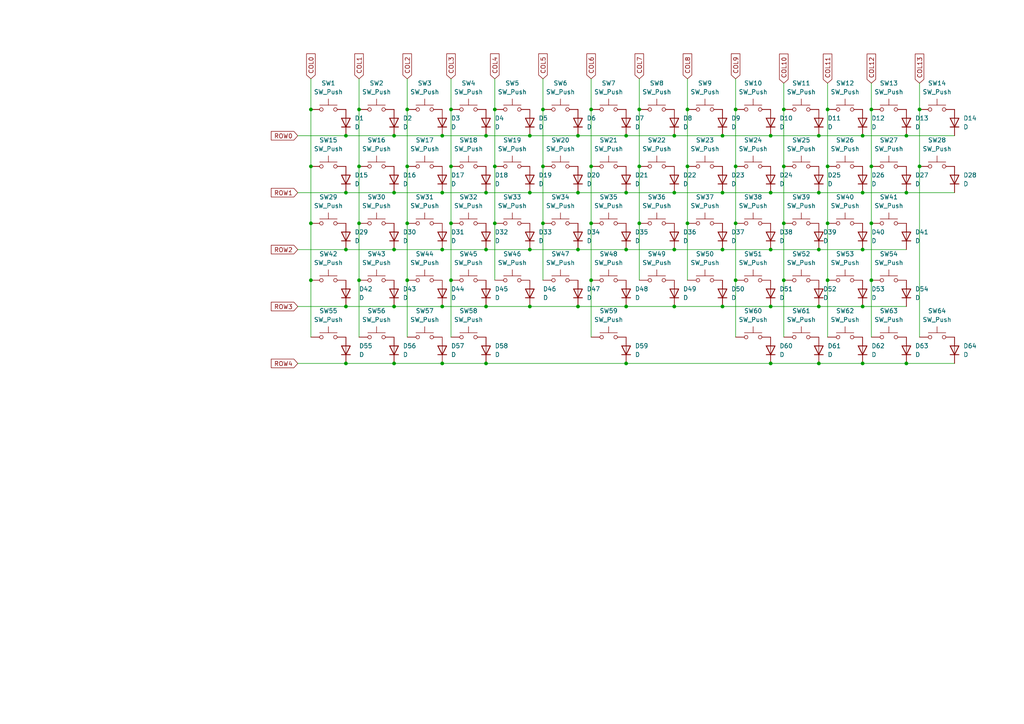
<source format=kicad_sch>
(kicad_sch (version 20250114) (generator "eeschema") (generator_version "9.0")
  (paper "A4")
  (junction (at 209.55 72.39))
  (junction (at 185.42 31.75))
  (junction (at 237.49 72.39))
  (junction (at 262.89 55.88))
  (junction (at 185.42 64.77))
  (junction (at 167.64 88.9))
  (junction (at 140.97 72.39))
  (junction (at 195.58 88.9))
  (junction (at 223.52 105.41))
  (junction (at 100.33 88.9))
  (junction (at 118.11 48.26))
  (junction (at 90.17 81.28))
  (junction (at 143.51 64.77))
  (junction (at 262.89 39.37))
  (junction (at 100.33 105.41))
  (junction (at 240.03 81.28))
  (junction (at 181.61 55.88))
  (junction (at 223.52 39.37))
  (junction (at 118.11 81.28))
  (junction (at 128.27 39.37))
  (junction (at 128.27 105.41))
  (junction (at 250.19 105.41))
  (junction (at 252.73 81.28))
  (junction (at 237.49 39.37))
  (junction (at 100.33 55.88))
  (junction (at 167.64 55.88))
  (junction (at 240.03 48.26))
  (junction (at 128.27 72.39))
  (junction (at 130.81 81.28))
  (junction (at 181.61 88.9))
  (junction (at 90.17 31.75))
  (junction (at 252.73 48.26))
  (junction (at 240.03 31.75))
  (junction (at 252.73 31.75))
  (junction (at 114.3 72.39))
  (junction (at 114.3 105.41))
  (junction (at 195.58 72.39))
  (junction (at 223.52 88.9))
  (junction (at 140.97 88.9))
  (junction (at 140.97 55.88))
  (junction (at 213.36 81.28))
  (junction (at 128.27 55.88))
  (junction (at 167.64 72.39))
  (junction (at 181.61 72.39))
  (junction (at 104.14 48.26))
  (junction (at 171.45 31.75))
  (junction (at 209.55 39.37))
  (junction (at 223.52 55.88))
  (junction (at 250.19 55.88))
  (junction (at 227.33 81.28))
  (junction (at 104.14 64.77))
  (junction (at 140.97 105.41))
  (junction (at 130.81 48.26))
  (junction (at 250.19 72.39))
  (junction (at 104.14 31.75))
  (junction (at 143.51 31.75))
  (junction (at 157.48 64.77))
  (junction (at 130.81 64.77))
  (junction (at 213.36 64.77))
  (junction (at 114.3 39.37))
  (junction (at 153.67 72.39))
  (junction (at 153.67 39.37))
  (junction (at 128.27 88.9))
  (junction (at 195.58 39.37))
  (junction (at 100.33 72.39))
  (junction (at 100.33 39.37))
  (junction (at 195.58 55.88))
  (junction (at 171.45 48.26))
  (junction (at 140.97 39.37))
  (junction (at 266.7 48.26))
  (junction (at 118.11 64.77))
  (junction (at 114.3 88.9))
  (junction (at 213.36 48.26))
  (junction (at 104.14 81.28))
  (junction (at 209.55 88.9))
  (junction (at 237.49 55.88))
  (junction (at 199.39 64.77))
  (junction (at 143.51 48.26))
  (junction (at 227.33 31.75))
  (junction (at 237.49 105.41))
  (junction (at 209.55 55.88))
  (junction (at 227.33 48.26))
  (junction (at 114.3 55.88))
  (junction (at 250.19 88.9))
  (junction (at 181.61 39.37))
  (junction (at 118.11 31.75))
  (junction (at 237.49 88.9))
  (junction (at 240.03 64.77))
  (junction (at 181.61 105.41))
  (junction (at 227.33 64.77))
  (junction (at 171.45 81.28))
  (junction (at 262.89 105.41))
  (junction (at 185.42 48.26))
  (junction (at 90.17 64.77))
  (junction (at 199.39 48.26))
  (junction (at 250.19 39.37))
  (junction (at 252.73 64.77))
  (junction (at 130.81 31.75))
  (junction (at 153.67 55.88))
  (junction (at 213.36 31.75))
  (junction (at 157.48 31.75))
  (junction (at 167.64 39.37))
  (junction (at 153.67 88.9))
  (junction (at 157.48 48.26))
  (junction (at 266.7 31.75))
  (junction (at 199.39 31.75))
  (junction (at 171.45 64.77))
  (junction (at 90.17 48.26))
  (junction (at 223.52 72.39))
  (wire (pts (xy 167.64 55.88) (xy 181.61 55.88)))
  (wire (pts (xy 118.11 48.26) (xy 118.11 64.77)))
  (wire (pts (xy 227.33 48.26) (xy 227.33 64.77)))
  (wire (pts (xy 157.48 22.86) (xy 157.48 31.75)))
  (wire (pts (xy 143.51 31.75) (xy 143.51 48.26)))
  (wire (pts (xy 86.36 72.39) (xy 100.33 72.39)))
  (wire (pts (xy 100.33 72.39) (xy 114.3 72.39)))
  (wire (pts (xy 140.97 105.41) (xy 181.61 105.41)))
  (wire (pts (xy 104.14 31.75) (xy 104.14 48.26)))
  (wire (pts (xy 250.19 105.41) (xy 262.89 105.41)))
  (wire (pts (xy 252.73 31.75) (xy 252.73 48.26)))
  (wire (pts (xy 90.17 48.26) (xy 90.17 64.77)))
  (wire (pts (xy 100.33 55.88) (xy 114.3 55.88)))
  (wire (pts (xy 250.19 88.9) (xy 262.89 88.9)))
  (wire (pts (xy 262.89 55.88) (xy 276.86 55.88)))
  (wire (pts (xy 114.3 105.41) (xy 128.27 105.41)))
  (wire (pts (xy 227.33 24.13) (xy 227.33 31.75)))
  (wire (pts (xy 128.27 72.39) (xy 140.97 72.39)))
  (wire (pts (xy 90.17 31.75) (xy 90.17 48.26)))
  (wire (pts (xy 181.61 88.9) (xy 195.58 88.9)))
  (wire (pts (xy 153.67 55.88) (xy 167.64 55.88)))
  (wire (pts (xy 143.51 48.26) (xy 143.51 64.77)))
  (wire (pts (xy 114.3 88.9) (xy 128.27 88.9)))
  (wire (pts (xy 171.45 48.26) (xy 171.45 64.77)))
  (wire (pts (xy 185.42 64.77) (xy 185.42 81.28)))
  (wire (pts (xy 213.36 64.77) (xy 213.36 81.28)))
  (wire (pts (xy 252.73 48.26) (xy 252.73 64.77)))
  (wire (pts (xy 118.11 22.86) (xy 118.11 31.75)))
  (wire (pts (xy 100.33 105.41) (xy 114.3 105.41)))
  (wire (pts (xy 223.52 72.39) (xy 237.49 72.39)))
  (wire (pts (xy 227.33 31.75) (xy 227.33 48.26)))
  (wire (pts (xy 100.33 88.9) (xy 114.3 88.9)))
  (wire (pts (xy 118.11 31.75) (xy 118.11 48.26)))
  (wire (pts (xy 213.36 48.26) (xy 213.36 64.77)))
  (wire (pts (xy 153.67 39.37) (xy 167.64 39.37)))
  (wire (pts (xy 167.64 88.9) (xy 181.61 88.9)))
  (wire (pts (xy 227.33 81.28) (xy 227.33 97.79)))
  (wire (pts (xy 128.27 39.37) (xy 140.97 39.37)))
  (wire (pts (xy 199.39 64.77) (xy 199.39 81.28)))
  (wire (pts (xy 240.03 24.13) (xy 240.03 31.75)))
  (wire (pts (xy 252.73 24.13) (xy 252.73 31.75)))
  (wire (pts (xy 130.81 48.26) (xy 130.81 64.77)))
  (wire (pts (xy 128.27 55.88) (xy 140.97 55.88)))
  (wire (pts (xy 90.17 81.28) (xy 90.17 97.79)))
  (wire (pts (xy 195.58 55.88) (xy 209.55 55.88)))
  (wire (pts (xy 213.36 81.28) (xy 213.36 97.79)))
  (wire (pts (xy 153.67 72.39) (xy 167.64 72.39)))
  (wire (pts (xy 195.58 88.9) (xy 209.55 88.9)))
  (wire (pts (xy 237.49 105.41) (xy 250.19 105.41)))
  (wire (pts (xy 199.39 48.26) (xy 199.39 64.77)))
  (wire (pts (xy 104.14 22.86) (xy 104.14 31.75)))
  (wire (pts (xy 240.03 81.28) (xy 240.03 97.79)))
  (wire (pts (xy 171.45 22.86) (xy 171.45 31.75)))
  (wire (pts (xy 185.42 22.86) (xy 185.42 31.75)))
  (wire (pts (xy 237.49 55.88) (xy 250.19 55.88)))
  (wire (pts (xy 181.61 105.41) (xy 223.52 105.41)))
  (wire (pts (xy 266.7 24.13) (xy 266.7 31.75)))
  (wire (pts (xy 227.33 64.77) (xy 227.33 81.28)))
  (wire (pts (xy 266.7 31.75) (xy 266.7 48.26)))
  (wire (pts (xy 140.97 88.9) (xy 153.67 88.9)))
  (wire (pts (xy 140.97 72.39) (xy 153.67 72.39)))
  (wire (pts (xy 128.27 105.41) (xy 140.97 105.41)))
  (wire (pts (xy 237.49 39.37) (xy 250.19 39.37)))
  (wire (pts (xy 171.45 31.75) (xy 171.45 48.26)))
  (wire (pts (xy 157.48 48.26) (xy 157.48 64.77)))
  (wire (pts (xy 104.14 81.28) (xy 104.14 97.79)))
  (wire (pts (xy 86.36 88.9) (xy 100.33 88.9)))
  (wire (pts (xy 240.03 48.26) (xy 240.03 64.77)))
  (wire (pts (xy 143.51 22.86) (xy 143.51 31.75)))
  (wire (pts (xy 167.64 72.39) (xy 181.61 72.39)))
  (wire (pts (xy 237.49 72.39) (xy 250.19 72.39)))
  (wire (pts (xy 167.64 39.37) (xy 181.61 39.37)))
  (wire (pts (xy 262.89 105.41) (xy 276.86 105.41)))
  (wire (pts (xy 262.89 39.37) (xy 276.86 39.37)))
  (wire (pts (xy 157.48 31.75) (xy 157.48 48.26)))
  (wire (pts (xy 140.97 55.88) (xy 153.67 55.88)))
  (wire (pts (xy 86.36 55.88) (xy 100.33 55.88)))
  (wire (pts (xy 240.03 64.77) (xy 240.03 81.28)))
  (wire (pts (xy 90.17 22.86) (xy 90.17 31.75)))
  (wire (pts (xy 104.14 48.26) (xy 104.14 64.77)))
  (wire (pts (xy 250.19 72.39) (xy 262.89 72.39)))
  (wire (pts (xy 237.49 88.9) (xy 250.19 88.9)))
  (wire (pts (xy 195.58 39.37) (xy 209.55 39.37)))
  (wire (pts (xy 223.52 39.37) (xy 237.49 39.37)))
  (wire (pts (xy 266.7 48.26) (xy 266.7 97.79)))
  (wire (pts (xy 223.52 88.9) (xy 237.49 88.9)))
  (wire (pts (xy 199.39 22.86) (xy 199.39 31.75)))
  (wire (pts (xy 128.27 88.9) (xy 140.97 88.9)))
  (wire (pts (xy 213.36 31.75) (xy 213.36 48.26)))
  (wire (pts (xy 104.14 64.77) (xy 104.14 81.28)))
  (wire (pts (xy 199.39 31.75) (xy 199.39 48.26)))
  (wire (pts (xy 86.36 39.37) (xy 100.33 39.37)))
  (wire (pts (xy 250.19 39.37) (xy 262.89 39.37)))
  (wire (pts (xy 250.19 55.88) (xy 262.89 55.88)))
  (wire (pts (xy 171.45 81.28) (xy 171.45 97.79)))
  (wire (pts (xy 209.55 39.37) (xy 223.52 39.37)))
  (wire (pts (xy 130.81 81.28) (xy 130.81 97.79)))
  (wire (pts (xy 130.81 31.75) (xy 130.81 48.26)))
  (wire (pts (xy 252.73 81.28) (xy 252.73 97.79)))
  (wire (pts (xy 140.97 39.37) (xy 153.67 39.37)))
  (wire (pts (xy 153.67 88.9) (xy 167.64 88.9)))
  (wire (pts (xy 209.55 88.9) (xy 223.52 88.9)))
  (wire (pts (xy 130.81 64.77) (xy 130.81 81.28)))
  (wire (pts (xy 223.52 55.88) (xy 237.49 55.88)))
  (wire (pts (xy 195.58 72.39) (xy 209.55 72.39)))
  (wire (pts (xy 114.3 55.88) (xy 128.27 55.88)))
  (wire (pts (xy 130.81 22.86) (xy 130.81 31.75)))
  (wire (pts (xy 118.11 81.28) (xy 118.11 97.79)))
  (wire (pts (xy 118.11 64.77) (xy 118.11 81.28)))
  (wire (pts (xy 213.36 22.86) (xy 213.36 31.75)))
  (wire (pts (xy 181.61 39.37) (xy 195.58 39.37)))
  (wire (pts (xy 114.3 72.39) (xy 128.27 72.39)))
  (wire (pts (xy 157.48 64.77) (xy 157.48 81.28)))
  (wire (pts (xy 185.42 48.26) (xy 185.42 64.77)))
  (wire (pts (xy 114.3 39.37) (xy 128.27 39.37)))
  (wire (pts (xy 240.03 31.75) (xy 240.03 48.26)))
  (wire (pts (xy 181.61 55.88) (xy 195.58 55.88)))
  (wire (pts (xy 209.55 55.88) (xy 223.52 55.88)))
  (wire (pts (xy 90.17 64.77) (xy 90.17 81.28)))
  (wire (pts (xy 185.42 31.75) (xy 185.42 48.26)))
  (wire (pts (xy 252.73 64.77) (xy 252.73 81.28)))
  (wire (pts (xy 209.55 72.39) (xy 223.52 72.39)))
  (wire (pts (xy 171.45 64.77) (xy 171.45 81.28)))
  (wire (pts (xy 223.52 105.41) (xy 237.49 105.41)))
  (wire (pts (xy 143.51 64.77) (xy 143.51 81.28)))
  (wire (pts (xy 100.33 39.37) (xy 114.3 39.37)))
  (wire (pts (xy 86.36 105.41) (xy 100.33 105.41)))
  (wire (pts (xy 181.61 72.39) (xy 195.58 72.39)))
  (global_label "COL1" (shape input) (at 104.14 22.86 90) (property "Intersheetrefs" "${INTERSHEET_REFS}" (effects (hide yes))))
  (global_label "COL10" (shape input) (at 227.33 24.13 90) (property "Intersheetrefs" "${INTERSHEET_REFS}" (effects (hide yes))))
  (global_label "ROW1" (shape input) (at 86.36 55.88 180) (property "Intersheetrefs" "${INTERSHEET_REFS}" (effects (hide yes))))
  (global_label "COL8" (shape input) (at 199.39 22.86 90) (property "Intersheetrefs" "${INTERSHEET_REFS}" (effects (hide yes))))
  (global_label "COL11" (shape input) (at 240.03 24.13 90) (property "Intersheetrefs" "${INTERSHEET_REFS}" (effects (hide yes))))
  (global_label "COL12" (shape input) (at 252.73 24.13 90) (property "Intersheetrefs" "${INTERSHEET_REFS}" (effects (hide yes))))
  (global_label "COL13" (shape input) (at 266.7 24.13 90) (property "Intersheetrefs" "${INTERSHEET_REFS}" (effects (hide yes))))
  (global_label "ROW4" (shape input) (at 86.36 105.41 180) (property "Intersheetrefs" "${INTERSHEET_REFS}" (effects (hide yes))))
  (global_label "COL9" (shape input) (at 213.36 22.86 90) (property "Intersheetrefs" "${INTERSHEET_REFS}" (effects (hide yes))))
  (global_label "COL6" (shape input) (at 171.45 22.86 90) (property "Intersheetrefs" "${INTERSHEET_REFS}" (effects (hide yes))))
  (global_label "ROW2" (shape input) (at 86.36 72.39 180) (property "Intersheetrefs" "${INTERSHEET_REFS}" (effects (hide yes))))
  (global_label "COL7" (shape input) (at 185.42 22.86 90) (property "Intersheetrefs" "${INTERSHEET_REFS}" (effects (hide yes))))
  (global_label "COL3" (shape input) (at 130.81 22.86 90) (property "Intersheetrefs" "${INTERSHEET_REFS}" (effects (hide yes))))
  (global_label "COL2" (shape input) (at 118.11 22.86 90) (property "Intersheetrefs" "${INTERSHEET_REFS}" (effects (hide yes))))
  (global_label "COL5" (shape input) (at 157.48 22.86 90) (property "Intersheetrefs" "${INTERSHEET_REFS}" (effects (hide yes))))
  (global_label "COL0" (shape input) (at 90.17 22.86 90) (property "Intersheetrefs" "${INTERSHEET_REFS}" (effects (hide yes))))
  (global_label "COL4" (shape input) (at 143.51 22.86 90) (property "Intersheetrefs" "${INTERSHEET_REFS}" (effects (hide yes))))
  (global_label "ROW0" (shape input) (at 86.36 39.37 180) (property "Intersheetrefs" "${INTERSHEET_REFS}" (effects (hide yes))))
  (global_label "ROW3" (shape input) (at 86.36 88.9 180) (property "Intersheetrefs" "${INTERSHEET_REFS}" (effects (hide yes))))
  (symbol (lib_id "Device:D") (at 128.27 85.09 90) (unit 1)
    (property "Reference" "D44" (at 130.81 83.8199 90) (effects (justify right)))
    (property "Value" "D" (at 130.81 86.3599 90) (effects (justify right)))
    (property "Footprint" "Diode_SMD:D_SOD-123" (effects (hide yes)))
    (property "Description" "Diode" (effects (hide yes)))
    (property "Sim.Device" "D" (effects (hide yes)))
    (property "Sim.Pins" "1=K 2=A" (effects (hide yes)))
  )
  (symbol (lib_id "Device:D") (at 140.97 35.56 90) (unit 1)
    (property "Reference" "D4" (at 143.51 34.2899 90) (effects (justify right)))
    (property "Value" "D" (at 143.51 36.8299 90) (effects (justify right)))
    (property "Footprint" "Diode_SMD:D_SOD-123" (effects (hide yes)))
    (property "Description" "Diode" (effects (hide yes)))
    (property "Sim.Device" "D" (effects (hide yes)))
    (property "Sim.Pins" "1=K 2=A" (effects (hide yes)))
  )
  (symbol (lib_id "Switch:SW_Push") (at 204.47 64.77 0) (unit 1)
    (property "Reference" "SW37" (at 204.47 57.15 0))
    (property "Value" "SW_Push" (at 204.47 59.69 0))
    (property "Footprint" "key-switches.pretty-main:SW_Gateron_LowProfile_HotSwap_PTH" (effects (hide yes)))
    (property "Description" "Push button switch, generic, two pins" (effects (hide yes)))
  )
  (symbol (lib_id "Device:D") (at 209.55 85.09 90) (unit 1)
    (property "Reference" "D50" (at 212.09 83.8199 90) (effects (justify right)))
    (property "Value" "D" (at 212.09 86.3599 90) (effects (justify right)))
    (property "Footprint" "Diode_SMD:D_SOD-123" (effects (hide yes)))
    (property "Description" "Diode" (effects (hide yes)))
    (property "Sim.Device" "D" (effects (hide yes)))
    (property "Sim.Pins" "1=K 2=A" (effects (hide yes)))
  )
  (symbol (lib_id "Switch:SW_Push") (at 257.81 31.75 0) (unit 1)
    (property "Reference" "SW13" (at 257.81 24.13 0))
    (property "Value" "SW_Push" (at 257.81 26.67 0))
    (property "Footprint" "key-switches.pretty-main:SW_Gateron_LowProfile_HotSwap_PTH" (effects (hide yes)))
    (property "Description" "Push button switch, generic, two pins" (effects (hide yes)))
  )
  (symbol (lib_id "Switch:SW_Push") (at 162.56 64.77 0) (unit 1)
    (property "Reference" "SW34" (at 162.56 57.15 0))
    (property "Value" "SW_Push" (at 162.56 59.69 0))
    (property "Footprint" "key-switches.pretty-main:SW_Gateron_LowProfile_HotSwap_PTH" (effects (hide yes)))
    (property "Description" "Push button switch, generic, two pins" (effects (hide yes)))
  )
  (symbol (lib_id "Switch:SW_Push") (at 109.22 31.75 0) (unit 1)
    (property "Reference" "SW2" (at 109.22 24.13 0))
    (property "Value" "SW_Push" (at 109.22 26.67 0))
    (property "Footprint" "key-switches.pretty-main:SW_Gateron_LowProfile_HotSwap_PTH" (effects (hide yes)))
    (property "Description" "Push button switch, generic, two pins" (effects (hide yes)))
  )
  (symbol (lib_id "Device:D") (at 128.27 101.6 90) (unit 1)
    (property "Reference" "D57" (at 130.81 100.3299 90) (effects (justify right)))
    (property "Value" "D" (at 130.81 102.8699 90) (effects (justify right)))
    (property "Footprint" "Diode_SMD:D_SOD-123" (effects (hide yes)))
    (property "Description" "Diode" (effects (hide yes)))
    (property "Sim.Device" "D" (effects (hide yes)))
    (property "Sim.Pins" "1=K 2=A" (effects (hide yes)))
  )
  (symbol (lib_id "Device:D") (at 100.33 85.09 90) (unit 1)
    (property "Reference" "D42" (at 104.14 83.8199 90) (effects (justify right)))
    (property "Value" "D" (at 104.14 86.3599 90) (effects (justify right)))
    (property "Footprint" "Diode_SMD:D_SOD-123" (effects (hide yes)))
    (property "Description" "Diode" (effects (hide yes)))
    (property "Sim.Device" "D" (effects (hide yes)))
    (property "Sim.Pins" "1=K 2=A" (effects (hide yes)))
  )
  (symbol (lib_id "Switch:SW_Push") (at 135.89 48.26 0) (unit 1)
    (property "Reference" "SW18" (at 135.89 40.64 0))
    (property "Value" "SW_Push" (at 135.89 43.18 0))
    (property "Footprint" "key-switches.pretty-main:SW_Gateron_LowProfile_HotSwap_PTH" (effects (hide yes)))
    (property "Description" "Push button switch, generic, two pins" (effects (hide yes)))
  )
  (symbol (lib_id "Switch:SW_Push") (at 190.5 64.77 0) (unit 1)
    (property "Reference" "SW36" (at 190.5 57.15 0))
    (property "Value" "SW_Push" (at 190.5 59.69 0))
    (property "Footprint" "key-switches.pretty-main:SW_Gateron_LowProfile_HotSwap_PTH" (effects (hide yes)))
    (property "Description" "Push button switch, generic, two pins" (effects (hide yes)))
  )
  (symbol (lib_id "Device:D") (at 100.33 35.56 90) (unit 1)
    (property "Reference" "D1" (at 102.87 34.2899 90) (effects (justify right)))
    (property "Value" "D" (at 102.87 36.8299 90) (effects (justify right)))
    (property "Footprint" "Diode_SMD:D_SOD-123" (effects (hide yes)))
    (property "Description" "Diode" (effects (hide yes)))
    (property "Sim.Device" "D" (effects (hide yes)))
    (property "Sim.Pins" "1=K 2=A" (effects (hide yes)))
  )
  (symbol (lib_id "Switch:SW_Push") (at 176.53 64.77 0) (unit 1)
    (property "Reference" "SW35" (at 176.53 57.15 0))
    (property "Value" "SW_Push" (at 176.53 59.69 0))
    (property "Footprint" "key-switches.pretty-main:SW_Gateron_LowProfile_HotSwap_PTH" (effects (hide yes)))
    (property "Description" "Push button switch, generic, two pins" (effects (hide yes)))
  )
  (symbol (lib_id "Device:D") (at 167.64 52.07 90) (unit 1)
    (property "Reference" "D20" (at 170.18 50.7999 90) (effects (justify right)))
    (property "Value" "D" (at 170.18 53.3399 90) (effects (justify right)))
    (property "Footprint" "Diode_SMD:D_SOD-123" (effects (hide yes)))
    (property "Description" "Diode" (effects (hide yes)))
    (property "Sim.Device" "D" (effects (hide yes)))
    (property "Sim.Pins" "1=K 2=A" (effects (hide yes)))
  )
  (symbol (lib_id "Device:D") (at 181.61 35.56 90) (unit 1)
    (property "Reference" "D7" (at 184.15 34.2899 90) (effects (justify right)))
    (property "Value" "D" (at 184.15 36.8299 90) (effects (justify right)))
    (property "Footprint" "Diode_SMD:D_SOD-123" (effects (hide yes)))
    (property "Description" "Diode" (effects (hide yes)))
    (property "Sim.Device" "D" (effects (hide yes)))
    (property "Sim.Pins" "1=K 2=A" (effects (hide yes)))
  )
  (symbol (lib_id "Device:D") (at 276.86 101.6 90) (unit 1)
    (property "Reference" "D64" (at 279.4 100.3299 90) (effects (justify right)))
    (property "Value" "D" (at 279.4 102.8699 90) (effects (justify right)))
    (property "Footprint" "Diode_SMD:D_SOD-123" (effects (hide yes)))
    (property "Description" "Diode" (effects (hide yes)))
    (property "Sim.Device" "D" (effects (hide yes)))
    (property "Sim.Pins" "1=K 2=A" (effects (hide yes)))
  )
  (symbol (lib_id "Switch:SW_Push") (at 232.41 48.26 0) (unit 1)
    (property "Reference" "SW25" (at 232.41 40.64 0))
    (property "Value" "SW_Push" (at 232.41 43.18 0))
    (property "Footprint" "key-switches.pretty-main:SW_Gateron_LowProfile_HotSwap_PTH" (effects (hide yes)))
    (property "Description" "Push button switch, generic, two pins" (effects (hide yes)))
  )
  (symbol (lib_id "Switch:SW_Push") (at 204.47 81.28 0) (unit 1)
    (property "Reference" "SW50" (at 204.47 73.66 0))
    (property "Value" "SW_Push" (at 204.47 76.2 0))
    (property "Footprint" "key-switches.pretty-main:SW_Gateron_LowProfile_HotSwap_PTH" (effects (hide yes)))
    (property "Description" "Push button switch, generic, two pins" (effects (hide yes)))
  )
  (symbol (lib_id "Device:D") (at 153.67 35.56 90) (unit 1)
    (property "Reference" "D5" (at 156.21 34.2899 90) (effects (justify right)))
    (property "Value" "D" (at 156.21 36.8299 90) (effects (justify right)))
    (property "Footprint" "Diode_SMD:D_SOD-123" (effects (hide yes)))
    (property "Description" "Diode" (effects (hide yes)))
    (property "Sim.Device" "D" (effects (hide yes)))
    (property "Sim.Pins" "1=K 2=A" (effects (hide yes)))
  )
  (symbol (lib_id "Switch:SW_Push") (at 135.89 81.28 0) (unit 1)
    (property "Reference" "SW45" (at 135.89 73.66 0))
    (property "Value" "SW_Push" (at 135.89 76.2 0))
    (property "Footprint" "key-switches.pretty-main:SW_Gateron_LowProfile_HotSwap_PTH" (effects (hide yes)))
    (property "Description" "Push button switch, generic, two pins" (effects (hide yes)))
  )
  (symbol (lib_id "Device:D") (at 114.3 85.09 90) (unit 1)
    (property "Reference" "D43" (at 116.84 83.8199 90) (effects (justify right)))
    (property "Value" "D" (at 116.84 86.3599 90) (effects (justify right)))
    (property "Footprint" "Diode_SMD:D_SOD-123" (effects (hide yes)))
    (property "Description" "Diode" (effects (hide yes)))
    (property "Sim.Device" "D" (effects (hide yes)))
    (property "Sim.Pins" "1=K 2=A" (effects (hide yes)))
  )
  (symbol (lib_id "Device:D") (at 167.64 35.56 90) (unit 1)
    (property "Reference" "D6" (at 170.18 34.2899 90) (effects (justify right)))
    (property "Value" "D" (at 170.18 36.8299 90) (effects (justify right)))
    (property "Footprint" "Diode_SMD:D_SOD-123" (effects (hide yes)))
    (property "Description" "Diode" (effects (hide yes)))
    (property "Sim.Device" "D" (effects (hide yes)))
    (property "Sim.Pins" "1=K 2=A" (effects (hide yes)))
  )
  (symbol (lib_id "Switch:SW_Push") (at 123.19 48.26 0) (unit 1)
    (property "Reference" "SW17" (at 123.19 40.64 0))
    (property "Value" "SW_Push" (at 123.19 43.18 0))
    (property "Footprint" "key-switches.pretty-main:SW_Gateron_LowProfile_HotSwap_PTH" (effects (hide yes)))
    (property "Description" "Push button switch, generic, two pins" (effects (hide yes)))
  )
  (symbol (lib_id "Switch:SW_Push") (at 204.47 48.26 0) (unit 1)
    (property "Reference" "SW23" (at 204.47 40.64 0))
    (property "Value" "SW_Push" (at 204.47 43.18 0))
    (property "Footprint" "key-switches.pretty-main:SW_Gateron_LowProfile_HotSwap_PTH" (effects (hide yes)))
    (property "Description" "Push button switch, generic, two pins" (effects (hide yes)))
  )
  (symbol (lib_id "Switch:SW_Push") (at 148.59 48.26 0) (unit 1)
    (property "Reference" "SW19" (at 148.59 40.64 0))
    (property "Value" "SW_Push" (at 148.59 43.18 0))
    (property "Footprint" "key-switches.pretty-main:SW_Gateron_LowProfile_HotSwap_PTH" (effects (hide yes)))
    (property "Description" "Push button switch, generic, two pins" (effects (hide yes)))
  )
  (symbol (lib_id "Device:D") (at 250.19 68.58 90) (unit 1)
    (property "Reference" "D40" (at 252.73 67.3099 90) (effects (justify right)))
    (property "Value" "D" (at 252.73 69.8499 90) (effects (justify right)))
    (property "Footprint" "Diode_SMD:D_SOD-123" (effects (hide yes)))
    (property "Description" "Diode" (effects (hide yes)))
    (property "Sim.Device" "D" (effects (hide yes)))
    (property "Sim.Pins" "1=K 2=A" (effects (hide yes)))
  )
  (symbol (lib_id "Switch:SW_Push") (at 218.44 48.26 0) (unit 1)
    (property "Reference" "SW24" (at 218.44 40.64 0))
    (property "Value" "SW_Push" (at 218.44 43.18 0))
    (property "Footprint" "key-switches.pretty-main:SW_Gateron_LowProfile_HotSwap_PTH" (effects (hide yes)))
    (property "Description" "Push button switch, generic, two pins" (effects (hide yes)))
  )
  (symbol (lib_id "Device:D") (at 262.89 68.58 90) (unit 1)
    (property "Reference" "D41" (at 265.43 67.3099 90) (effects (justify right)))
    (property "Value" "D" (at 265.43 69.8499 90) (effects (justify right)))
    (property "Footprint" "Diode_SMD:D_SOD-123" (effects (hide yes)))
    (property "Description" "Diode" (effects (hide yes)))
    (property "Sim.Device" "D" (effects (hide yes)))
    (property "Sim.Pins" "1=K 2=A" (effects (hide yes)))
  )
  (symbol (lib_id "Switch:SW_Push") (at 123.19 81.28 0) (unit 1)
    (property "Reference" "SW44" (at 123.19 73.66 0))
    (property "Value" "SW_Push" (at 123.19 76.2 0))
    (property "Footprint" "key-switches.pretty-main:SW_Gateron_LowProfile_HotSwap_PTH" (effects (hide yes)))
    (property "Description" "Push button switch, generic, two pins" (effects (hide yes)))
  )
  (symbol (lib_id "Device:D") (at 250.19 101.6 90) (unit 1)
    (property "Reference" "D62" (at 252.73 100.3299 90) (effects (justify right)))
    (property "Value" "D" (at 252.73 102.8699 90) (effects (justify right)))
    (property "Footprint" "Diode_SMD:D_SOD-123" (effects (hide yes)))
    (property "Description" "Diode" (effects (hide yes)))
    (property "Sim.Device" "D" (effects (hide yes)))
    (property "Sim.Pins" "1=K 2=A" (effects (hide yes)))
  )
  (symbol (lib_id "Device:D") (at 237.49 52.07 90) (unit 1)
    (property "Reference" "D25" (at 240.03 50.7999 90) (effects (justify right)))
    (property "Value" "D" (at 240.03 53.3399 90) (effects (justify right)))
    (property "Footprint" "Diode_SMD:D_SOD-123" (effects (hide yes)))
    (property "Description" "Diode" (effects (hide yes)))
    (property "Sim.Device" "D" (effects (hide yes)))
    (property "Sim.Pins" "1=K 2=A" (effects (hide yes)))
  )
  (symbol (lib_id "Device:D") (at 114.3 35.56 90) (unit 1)
    (property "Reference" "D2" (at 116.84 34.2899 90) (effects (justify right)))
    (property "Value" "D" (at 116.84 36.8299 90) (effects (justify right)))
    (property "Footprint" "Diode_SMD:D_SOD-123" (effects (hide yes)))
    (property "Description" "Diode" (effects (hide yes)))
    (property "Sim.Device" "D" (effects (hide yes)))
    (property "Sim.Pins" "1=K 2=A" (effects (hide yes)))
  )
  (symbol (lib_id "Switch:SW_Push") (at 95.25 81.28 0) (unit 1)
    (property "Reference" "SW42" (at 95.25 73.66 0))
    (property "Value" "SW_Push" (at 95.25 76.2 0))
    (property "Footprint" "key-switches.pretty-main:SW_Gateron_LowProfile_HotSwap_PTH" (effects (hide yes)))
    (property "Description" "Push button switch, generic, two pins" (effects (hide yes)))
  )
  (symbol (lib_id "Device:D") (at 181.61 85.09 90) (unit 1)
    (property "Reference" "D48" (at 184.15 83.8199 90) (effects (justify right)))
    (property "Value" "D" (at 184.15 86.3599 90) (effects (justify right)))
    (property "Footprint" "Diode_SMD:D_SOD-123" (effects (hide yes)))
    (property "Description" "Diode" (effects (hide yes)))
    (property "Sim.Device" "D" (effects (hide yes)))
    (property "Sim.Pins" "1=K 2=A" (effects (hide yes)))
  )
  (symbol (lib_id "Switch:SW_Push") (at 245.11 81.28 0) (unit 1)
    (property "Reference" "SW53" (at 245.11 73.66 0))
    (property "Value" "SW_Push" (at 245.11 76.2 0))
    (property "Footprint" "key-switches.pretty-main:SW_Gateron_LowProfile_HotSwap_PTH" (effects (hide yes)))
    (property "Description" "Push button switch, generic, two pins" (effects (hide yes)))
  )
  (symbol (lib_id "Device:D") (at 195.58 68.58 90) (unit 1)
    (property "Reference" "D36" (at 198.12 67.3099 90) (effects (justify right)))
    (property "Value" "D" (at 198.12 69.8499 90) (effects (justify right)))
    (property "Footprint" "Diode_SMD:D_SOD-123" (effects (hide yes)))
    (property "Description" "Diode" (effects (hide yes)))
    (property "Sim.Device" "D" (effects (hide yes)))
    (property "Sim.Pins" "1=K 2=A" (effects (hide yes)))
  )
  (symbol (lib_id "Switch:SW_Push") (at 271.78 97.79 0) (unit 1)
    (property "Reference" "SW64" (at 271.78 90.17 0))
    (property "Value" "SW_Push" (at 271.78 92.71 0))
    (property "Footprint" "key-switches.pretty-main:SW_Gateron_LowProfile_HotSwap_PTH" (effects (hide yes)))
    (property "Description" "Push button switch, generic, two pins" (effects (hide yes)))
  )
  (symbol (lib_id "Switch:SW_Push") (at 232.41 31.75 0) (unit 1)
    (property "Reference" "SW11" (at 232.41 24.13 0))
    (property "Value" "SW_Push" (at 232.41 26.67 0))
    (property "Footprint" "key-switches.pretty-main:SW_Gateron_LowProfile_HotSwap_PTH" (effects (hide yes)))
    (property "Description" "Push button switch, generic, two pins" (effects (hide yes)))
  )
  (symbol (lib_id "Device:D") (at 167.64 85.09 90) (unit 1)
    (property "Reference" "D47" (at 170.18 83.8199 90) (effects (justify right)))
    (property "Value" "D" (at 170.18 86.3599 90) (effects (justify right)))
    (property "Footprint" "Diode_SMD:D_SOD-123" (effects (hide yes)))
    (property "Description" "Diode" (effects (hide yes)))
    (property "Sim.Device" "D" (effects (hide yes)))
    (property "Sim.Pins" "1=K 2=A" (effects (hide yes)))
  )
  (symbol (lib_id "Switch:SW_Push") (at 176.53 97.79 0) (unit 1)
    (property "Reference" "SW59" (at 176.53 90.17 0))
    (property "Value" "SW_Push" (at 176.53 92.71 0))
    (property "Footprint" "key-switches.pretty-main:SW_Gateron_LowProfile_HotSwap_PTH" (effects (hide yes)))
    (property "Description" "Push button switch, generic, two pins" (effects (hide yes)))
  )
  (symbol (lib_id "Switch:SW_Push") (at 123.19 97.79 0) (unit 1)
    (property "Reference" "SW57" (at 123.19 90.17 0))
    (property "Value" "SW_Push" (at 123.19 92.71 0))
    (property "Footprint" "key-switches.pretty-main:SW_Gateron_LowProfile_HotSwap_PTH" (effects (hide yes)))
    (property "Description" "Push button switch, generic, two pins" (effects (hide yes)))
  )
  (symbol (lib_id "Device:D") (at 223.52 68.58 90) (unit 1)
    (property "Reference" "D38" (at 226.06 67.3099 90) (effects (justify right)))
    (property "Value" "D" (at 226.06 69.8499 90) (effects (justify right)))
    (property "Footprint" "Diode_SMD:D_SOD-123" (effects (hide yes)))
    (property "Description" "Diode" (effects (hide yes)))
    (property "Sim.Device" "D" (effects (hide yes)))
    (property "Sim.Pins" "1=K 2=A" (effects (hide yes)))
  )
  (symbol (lib_id "Device:D") (at 250.19 35.56 90) (unit 1)
    (property "Reference" "D12" (at 252.73 34.2899 90) (effects (justify right)))
    (property "Value" "D" (at 252.73 36.8299 90) (effects (justify right)))
    (property "Footprint" "Diode_SMD:D_SOD-123" (effects (hide yes)))
    (property "Description" "Diode" (effects (hide yes)))
    (property "Sim.Device" "D" (effects (hide yes)))
    (property "Sim.Pins" "1=K 2=A" (effects (hide yes)))
  )
  (symbol (lib_id "Device:D") (at 223.52 101.6 90) (unit 1)
    (property "Reference" "D60" (at 226.06 100.3299 90) (effects (justify right)))
    (property "Value" "D" (at 226.06 102.8699 90) (effects (justify right)))
    (property "Footprint" "Diode_SMD:D_SOD-123" (effects (hide yes)))
    (property "Description" "Diode" (effects (hide yes)))
    (property "Sim.Device" "D" (effects (hide yes)))
    (property "Sim.Pins" "1=K 2=A" (effects (hide yes)))
  )
  (symbol (lib_id "Device:D") (at 250.19 52.07 90) (unit 1)
    (property "Reference" "D26" (at 252.73 50.7999 90) (effects (justify right)))
    (property "Value" "D" (at 252.73 53.3399 90) (effects (justify right)))
    (property "Footprint" "Diode_SMD:D_SOD-123" (effects (hide yes)))
    (property "Description" "Diode" (effects (hide yes)))
    (property "Sim.Device" "D" (effects (hide yes)))
    (property "Sim.Pins" "1=K 2=A" (effects (hide yes)))
  )
  (symbol (lib_id "Switch:SW_Push") (at 148.59 31.75 0) (unit 1)
    (property "Reference" "SW5" (at 148.59 24.13 0))
    (property "Value" "SW_Push" (at 148.59 26.67 0))
    (property "Footprint" "key-switches.pretty-main:SW_Gateron_LowProfile_HotSwap_PTH" (effects (hide yes)))
    (property "Description" "Push button switch, generic, two pins" (effects (hide yes)))
  )
  (symbol (lib_id "Device:D") (at 209.55 35.56 90) (unit 1)
    (property "Reference" "D9" (at 212.09 34.2899 90) (effects (justify right)))
    (property "Value" "D" (at 212.09 36.8299 90) (effects (justify right)))
    (property "Footprint" "Diode_SMD:D_SOD-123" (effects (hide yes)))
    (property "Description" "Diode" (effects (hide yes)))
    (property "Sim.Device" "D" (effects (hide yes)))
    (property "Sim.Pins" "1=K 2=A" (effects (hide yes)))
  )
  (symbol (lib_id "Switch:SW_Push") (at 218.44 97.79 0) (unit 1)
    (property "Reference" "SW60" (at 218.44 90.17 0))
    (property "Value" "SW_Push" (at 218.44 92.71 0))
    (property "Footprint" "key-switches.pretty-main:SW_Gateron_LowProfile_HotSwap_PTH" (effects (hide yes)))
    (property "Description" "Push button switch, generic, two pins" (effects (hide yes)))
  )
  (symbol (lib_id "Device:D") (at 237.49 35.56 90) (unit 1)
    (property "Reference" "D11" (at 240.03 34.2899 90) (effects (justify right)))
    (property "Value" "D" (at 240.03 36.8299 90) (effects (justify right)))
    (property "Footprint" "Diode_SMD:D_SOD-123" (effects (hide yes)))
    (property "Description" "Diode" (effects (hide yes)))
    (property "Sim.Device" "D" (effects (hide yes)))
    (property "Sim.Pins" "1=K 2=A" (effects (hide yes)))
  )
  (symbol (lib_id "Switch:SW_Push") (at 109.22 64.77 0) (unit 1)
    (property "Reference" "SW30" (at 109.22 57.15 0))
    (property "Value" "SW_Push" (at 109.22 59.69 0))
    (property "Footprint" "key-switches.pretty-main:SW_Gateron_LowProfile_HotSwap_PTH" (effects (hide yes)))
    (property "Description" "Push button switch, generic, two pins" (effects (hide yes)))
  )
  (symbol (lib_id "Switch:SW_Push") (at 135.89 31.75 0) (unit 1)
    (property "Reference" "SW4" (at 135.89 24.13 0))
    (property "Value" "SW_Push" (at 135.89 26.67 0))
    (property "Footprint" "key-switches.pretty-main:SW_Gateron_LowProfile_HotSwap_PTH" (effects (hide yes)))
    (property "Description" "Push button switch, generic, two pins" (effects (hide yes)))
  )
  (symbol (lib_id "Device:D") (at 262.89 52.07 90) (unit 1)
    (property "Reference" "D27" (at 265.43 50.7999 90) (effects (justify right)))
    (property "Value" "D" (at 265.43 53.3399 90) (effects (justify right)))
    (property "Footprint" "Diode_SMD:D_SOD-123" (effects (hide yes)))
    (property "Description" "Diode" (effects (hide yes)))
    (property "Sim.Device" "D" (effects (hide yes)))
    (property "Sim.Pins" "1=K 2=A" (effects (hide yes)))
  )
  (symbol (lib_id "Device:D") (at 223.52 85.09 90) (unit 1)
    (property "Reference" "D51" (at 226.06 83.8199 90) (effects (justify right)))
    (property "Value" "D" (at 226.06 86.3599 90) (effects (justify right)))
    (property "Footprint" "Diode_SMD:D_SOD-123" (effects (hide yes)))
    (property "Description" "Diode" (effects (hide yes)))
    (property "Sim.Device" "D" (effects (hide yes)))
    (property "Sim.Pins" "1=K 2=A" (effects (hide yes)))
  )
  (symbol (lib_id "Switch:SW_Push") (at 271.78 48.26 0) (unit 1)
    (property "Reference" "SW28" (at 271.78 40.64 0))
    (property "Value" "SW_Push" (at 271.78 43.18 0))
    (property "Footprint" "key-switches.pretty-main:SW_Gateron_LowProfile_HotSwap_PTH" (effects (hide yes)))
    (property "Description" "Push button switch, generic, two pins" (effects (hide yes)))
  )
  (symbol (lib_id "Device:D") (at 195.58 35.56 90) (unit 1)
    (property "Reference" "D8" (at 198.12 34.2899 90) (effects (justify right)))
    (property "Value" "D" (at 198.12 36.8299 90) (effects (justify right)))
    (property "Footprint" "Diode_SMD:D_SOD-123" (effects (hide yes)))
    (property "Description" "Diode" (effects (hide yes)))
    (property "Sim.Device" "D" (effects (hide yes)))
    (property "Sim.Pins" "1=K 2=A" (effects (hide yes)))
  )
  (symbol (lib_id "Switch:SW_Push") (at 245.11 48.26 0) (unit 1)
    (property "Reference" "SW26" (at 245.11 40.64 0))
    (property "Value" "SW_Push" (at 245.11 43.18 0))
    (property "Footprint" "key-switches.pretty-main:SW_Gateron_LowProfile_HotSwap_PTH" (effects (hide yes)))
    (property "Description" "Push button switch, generic, two pins" (effects (hide yes)))
  )
  (symbol (lib_id "Switch:SW_Push") (at 135.89 64.77 0) (unit 1)
    (property "Reference" "SW32" (at 135.89 57.15 0))
    (property "Value" "SW_Push" (at 135.89 59.69 0))
    (property "Footprint" "key-switches.pretty-main:SW_Gateron_LowProfile_HotSwap_PTH" (effects (hide yes)))
    (property "Description" "Push button switch, generic, two pins" (effects (hide yes)))
  )
  (symbol (lib_id "Device:D") (at 140.97 68.58 90) (unit 1)
    (property "Reference" "D32" (at 143.51 67.3099 90) (effects (justify right)))
    (property "Value" "D" (at 143.51 69.8499 90) (effects (justify right)))
    (property "Footprint" "Diode_SMD:D_SOD-123" (effects (hide yes)))
    (property "Description" "Diode" (effects (hide yes)))
    (property "Sim.Device" "D" (effects (hide yes)))
    (property "Sim.Pins" "1=K 2=A" (effects (hide yes)))
  )
  (symbol (lib_id "Switch:SW_Push") (at 176.53 31.75 0) (unit 1)
    (property "Reference" "SW7" (at 176.53 24.13 0))
    (property "Value" "SW_Push" (at 176.53 26.67 0))
    (property "Footprint" "key-switches.pretty-main:SW_Gateron_LowProfile_HotSwap_PTH" (effects (hide yes)))
    (property "Description" "Push button switch, generic, two pins" (effects (hide yes)))
  )
  (symbol (lib_id "Switch:SW_Push") (at 232.41 81.28 0) (unit 1)
    (property "Reference" "SW52" (at 232.41 73.66 0))
    (property "Value" "SW_Push" (at 232.41 76.2 0))
    (property "Footprint" "key-switches.pretty-main:SW_Gateron_LowProfile_HotSwap_PTH" (effects (hide yes)))
    (property "Description" "Push button switch, generic, two pins" (effects (hide yes)))
  )
  (symbol (lib_id "Switch:SW_Push") (at 135.89 97.79 0) (unit 1)
    (property "Reference" "SW58" (at 135.89 90.17 0))
    (property "Value" "SW_Push" (at 135.89 92.71 0))
    (property "Footprint" "key-switches.pretty-main:SW_Gateron_LowProfile_HotSwap_PTH" (effects (hide yes)))
    (property "Description" "Push button switch, generic, two pins" (effects (hide yes)))
  )
  (symbol (lib_id "Device:D") (at 128.27 35.56 90) (unit 1)
    (property "Reference" "D3" (at 130.81 34.2899 90) (effects (justify right)))
    (property "Value" "D" (at 130.81 36.8299 90) (effects (justify right)))
    (property "Footprint" "Diode_SMD:D_SOD-123" (effects (hide yes)))
    (property "Description" "Diode" (effects (hide yes)))
    (property "Sim.Device" "D" (effects (hide yes)))
    (property "Sim.Pins" "1=K 2=A" (effects (hide yes)))
  )
  (symbol (lib_id "Device:D") (at 181.61 68.58 90) (unit 1)
    (property "Reference" "D35" (at 184.15 67.3099 90) (effects (justify right)))
    (property "Value" "D" (at 184.15 69.8499 90) (effects (justify right)))
    (property "Footprint" "Diode_SMD:D_SOD-123" (effects (hide yes)))
    (property "Description" "Diode" (effects (hide yes)))
    (property "Sim.Device" "D" (effects (hide yes)))
    (property "Sim.Pins" "1=K 2=A" (effects (hide yes)))
  )
  (symbol (lib_id "Device:D") (at 237.49 85.09 90) (unit 1)
    (property "Reference" "D52" (at 238.76 83.8199 90) (effects (justify right)))
    (property "Value" "D" (at 238.76 86.3599 90) (effects (justify right)))
    (property "Footprint" "Diode_SMD:D_SOD-123" (effects (hide yes)))
    (property "Description" "Diode" (effects (hide yes)))
    (property "Sim.Device" "D" (effects (hide yes)))
    (property "Sim.Pins" "1=K 2=A" (effects (hide yes)))
  )
  (symbol (lib_id "Switch:SW_Push") (at 190.5 31.75 0) (unit 1)
    (property "Reference" "SW8" (at 190.5 24.13 0))
    (property "Value" "SW_Push" (at 190.5 26.67 0))
    (property "Footprint" "key-switches.pretty-main:SW_Gateron_LowProfile_HotSwap_PTH" (effects (hide yes)))
    (property "Description" "Push button switch, generic, two pins" (effects (hide yes)))
  )
  (symbol (lib_id "Device:D") (at 276.86 52.07 90) (unit 1)
    (property "Reference" "D28" (at 279.4 50.7999 90) (effects (justify right)))
    (property "Value" "D" (at 279.4 53.3399 90) (effects (justify right)))
    (property "Footprint" "Diode_SMD:D_SOD-123" (effects (hide yes)))
    (property "Description" "Diode" (effects (hide yes)))
    (property "Sim.Device" "D" (effects (hide yes)))
    (property "Sim.Pins" "1=K 2=A" (effects (hide yes)))
  )
  (symbol (lib_id "Device:D") (at 140.97 101.6 90) (unit 1)
    (property "Reference" "D58" (at 143.51 100.3299 90) (effects (justify right)))
    (property "Value" "D" (at 143.51 102.8699 90) (effects (justify right)))
    (property "Footprint" "Diode_SMD:D_SOD-123" (effects (hide yes)))
    (property "Description" "Diode" (effects (hide yes)))
    (property "Sim.Device" "D" (effects (hide yes)))
    (property "Sim.Pins" "1=K 2=A" (effects (hide yes)))
  )
  (symbol (lib_id "Device:D") (at 223.52 52.07 90) (unit 1)
    (property "Reference" "D24" (at 226.06 50.7999 90) (effects (justify right)))
    (property "Value" "D" (at 226.06 53.3399 90) (effects (justify right)))
    (property "Footprint" "Diode_SMD:D_SOD-123" (effects (hide yes)))
    (property "Description" "Diode" (effects (hide yes)))
    (property "Sim.Device" "D" (effects (hide yes)))
    (property "Sim.Pins" "1=K 2=A" (effects (hide yes)))
  )
  (symbol (lib_id "Device:D") (at 100.33 101.6 90) (unit 1)
    (property "Reference" "D55" (at 104.14 100.3299 90) (effects (justify right)))
    (property "Value" "D" (at 104.14 102.8699 90) (effects (justify right)))
    (property "Footprint" "Diode_SMD:D_SOD-123" (effects (hide yes)))
    (property "Description" "Diode" (effects (hide yes)))
    (property "Sim.Device" "D" (effects (hide yes)))
    (property "Sim.Pins" "1=K 2=A" (effects (hide yes)))
  )
  (symbol (lib_id "Switch:SW_Push") (at 257.81 48.26 0) (unit 1)
    (property "Reference" "SW27" (at 257.81 40.64 0))
    (property "Value" "SW_Push" (at 257.81 43.18 0))
    (property "Footprint" "key-switches.pretty-main:SW_Gateron_LowProfile_HotSwap_PTH" (effects (hide yes)))
    (property "Description" "Push button switch, generic, two pins" (effects (hide yes)))
  )
  (symbol (lib_id "Switch:SW_Push") (at 109.22 48.26 0) (unit 1)
    (property "Reference" "SW16" (at 109.22 40.64 0))
    (property "Value" "SW_Push" (at 109.22 43.18 0))
    (property "Footprint" "key-switches.pretty-main:SW_Gateron_LowProfile_HotSwap_PTH" (effects (hide yes)))
    (property "Description" "Push button switch, generic, two pins" (effects (hide yes)))
  )
  (symbol (lib_id "Device:D") (at 195.58 85.09 90) (unit 1)
    (property "Reference" "D49" (at 198.12 83.8199 90) (effects (justify right)))
    (property "Value" "D" (at 198.12 86.3599 90) (effects (justify right)))
    (property "Footprint" "Diode_SMD:D_SOD-123" (effects (hide yes)))
    (property "Description" "Diode" (effects (hide yes)))
    (property "Sim.Device" "D" (effects (hide yes)))
    (property "Sim.Pins" "1=K 2=A" (effects (hide yes)))
  )
  (symbol (lib_id "Device:D") (at 195.58 52.07 90) (unit 1)
    (property "Reference" "D22" (at 198.12 50.7999 90) (effects (justify right)))
    (property "Value" "D" (at 198.12 53.3399 90) (effects (justify right)))
    (property "Footprint" "Diode_SMD:D_SOD-123" (effects (hide yes)))
    (property "Description" "Diode" (effects (hide yes)))
    (property "Sim.Device" "D" (effects (hide yes)))
    (property "Sim.Pins" "1=K 2=A" (effects (hide yes)))
  )
  (symbol (lib_id "Switch:SW_Push") (at 245.11 31.75 0) (unit 1)
    (property "Reference" "SW12" (at 245.11 24.13 0))
    (property "Value" "SW_Push" (at 245.11 26.67 0))
    (property "Footprint" "key-switches.pretty-main:SW_Gateron_LowProfile_HotSwap_PTH" (effects (hide yes)))
    (property "Description" "Push button switch, generic, two pins" (effects (hide yes)))
  )
  (symbol (lib_id "Device:D") (at 223.52 35.56 90) (unit 1)
    (property "Reference" "D10" (at 226.06 34.2899 90) (effects (justify right)))
    (property "Value" "D" (at 226.06 36.8299 90) (effects (justify right)))
    (property "Footprint" "Diode_SMD:D_SOD-123" (effects (hide yes)))
    (property "Description" "Diode" (effects (hide yes)))
    (property "Sim.Device" "D" (effects (hide yes)))
    (property "Sim.Pins" "1=K 2=A" (effects (hide yes)))
  )
  (symbol (lib_id "Switch:SW_Push") (at 162.56 31.75 0) (unit 1)
    (property "Reference" "SW6" (at 162.56 24.13 0))
    (property "Value" "SW_Push" (at 162.56 26.67 0))
    (property "Footprint" "key-switches.pretty-main:SW_Gateron_LowProfile_HotSwap_PTH" (effects (hide yes)))
    (property "Description" "Push button switch, generic, two pins" (effects (hide yes)))
  )
  (symbol (lib_id "Switch:SW_Push") (at 218.44 31.75 0) (unit 1)
    (property "Reference" "SW10" (at 218.44 24.13 0))
    (property "Value" "SW_Push" (at 218.44 26.67 0))
    (property "Footprint" "key-switches.pretty-main:SW_Gateron_LowProfile_HotSwap_PTH" (effects (hide yes)))
    (property "Description" "Push button switch, generic, two pins" (effects (hide yes)))
  )
  (symbol (lib_id "Switch:SW_Push") (at 176.53 81.28 0) (unit 1)
    (property "Reference" "SW48" (at 176.53 73.66 0))
    (property "Value" "SW_Push" (at 176.53 76.2 0))
    (property "Footprint" "key-switches.pretty-main:SW_Gateron_LowProfile_HotSwap_PTH" (effects (hide yes)))
    (property "Description" "Push button switch, generic, two pins" (effects (hide yes)))
  )
  (symbol (lib_id "Device:D") (at 181.61 101.6 90) (unit 1)
    (property "Reference" "D59" (at 184.15 100.3299 90) (effects (justify right)))
    (property "Value" "D" (at 184.15 102.8699 90) (effects (justify right)))
    (property "Footprint" "Diode_SMD:D_SOD-123" (effects (hide yes)))
    (property "Description" "Diode" (effects (hide yes)))
    (property "Sim.Device" "D" (effects (hide yes)))
    (property "Sim.Pins" "1=K 2=A" (effects (hide yes)))
  )
  (symbol (lib_id "Switch:SW_Push") (at 257.81 97.79 0) (unit 1)
    (property "Reference" "SW63" (at 257.81 90.17 0))
    (property "Value" "SW_Push" (at 257.81 92.71 0))
    (property "Footprint" "key-switches.pretty-main:SW_Gateron_LowProfile_HotSwap_PTH" (effects (hide yes)))
    (property "Description" "Push button switch, generic, two pins" (effects (hide yes)))
  )
  (symbol (lib_id "Device:D") (at 114.3 68.58 90) (unit 1)
    (property "Reference" "D30" (at 116.84 67.3099 90) (effects (justify right)))
    (property "Value" "D" (at 116.84 69.8499 90) (effects (justify right)))
    (property "Footprint" "Diode_SMD:D_SOD-123" (effects (hide yes)))
    (property "Description" "Diode" (effects (hide yes)))
    (property "Sim.Device" "D" (effects (hide yes)))
    (property "Sim.Pins" "1=K 2=A" (effects (hide yes)))
  )
  (symbol (lib_id "Switch:SW_Push") (at 95.25 97.79 0) (unit 1)
    (property "Reference" "SW55" (at 95.25 90.17 0))
    (property "Value" "SW_Push" (at 95.25 92.71 0))
    (property "Footprint" "key-switches.pretty-main:SW_Gateron_LowProfile_HotSwap_PTH" (effects (hide yes)))
    (property "Description" "Push button switch, generic, two pins" (effects (hide yes)))
  )
  (symbol (lib_id "Device:D") (at 209.55 68.58 90) (unit 1)
    (property "Reference" "D37" (at 212.09 67.3099 90) (effects (justify right)))
    (property "Value" "D" (at 212.09 69.8499 90) (effects (justify right)))
    (property "Footprint" "Diode_SMD:D_SOD-123" (effects (hide yes)))
    (property "Description" "Diode" (effects (hide yes)))
    (property "Sim.Device" "D" (effects (hide yes)))
    (property "Sim.Pins" "1=K 2=A" (effects (hide yes)))
  )
  (symbol (lib_id "Switch:SW_Push") (at 190.5 81.28 0) (unit 1)
    (property "Reference" "SW49" (at 190.5 73.66 0))
    (property "Value" "SW_Push" (at 190.5 76.2 0))
    (property "Footprint" "key-switches.pretty-main:SW_Gateron_LowProfile_HotSwap_PTH" (effects (hide yes)))
    (property "Description" "Push button switch, generic, two pins" (effects (hide yes)))
  )
  (symbol (lib_id "Switch:SW_Push") (at 95.25 48.26 0) (unit 1)
    (property "Reference" "SW15" (at 95.25 40.64 0))
    (property "Value" "SW_Push" (at 95.25 43.18 0))
    (property "Footprint" "key-switches.pretty-main:SW_Gateron_LowProfile_HotSwap_PTH" (effects (hide yes)))
    (property "Description" "Push button switch, generic, two pins" (effects (hide yes)))
  )
  (symbol (lib_id "Device:D") (at 114.3 52.07 90) (unit 1)
    (property "Reference" "D16" (at 116.84 50.7999 90) (effects (justify right)))
    (property "Value" "D" (at 116.84 53.3399 90) (effects (justify right)))
    (property "Footprint" "Diode_SMD:D_SOD-123" (effects (hide yes)))
    (property "Description" "Diode" (effects (hide yes)))
    (property "Sim.Device" "D" (effects (hide yes)))
    (property "Sim.Pins" "1=K 2=A" (effects (hide yes)))
  )
  (symbol (lib_id "Switch:SW_Push") (at 232.41 64.77 0) (unit 1)
    (property "Reference" "SW39" (at 232.41 57.15 0))
    (property "Value" "SW_Push" (at 232.41 59.69 0))
    (property "Footprint" "key-switches.pretty-main:SW_Gateron_LowProfile_HotSwap_PTH" (effects (hide yes)))
    (property "Description" "Push button switch, generic, two pins" (effects (hide yes)))
  )
  (symbol (lib_id "Switch:SW_Push") (at 162.56 48.26 0) (unit 1)
    (property "Reference" "SW20" (at 162.56 40.64 0))
    (property "Value" "SW_Push" (at 162.56 43.18 0))
    (property "Footprint" "key-switches.pretty-main:SW_Gateron_LowProfile_HotSwap_PTH" (effects (hide yes)))
    (property "Description" "Push button switch, generic, two pins" (effects (hide yes)))
  )
  (symbol (lib_id "Switch:SW_Push") (at 257.81 64.77 0) (unit 1)
    (property "Reference" "SW41" (at 257.81 57.15 0))
    (property "Value" "SW_Push" (at 257.81 59.69 0))
    (property "Footprint" "key-switches.pretty-main:SW_Gateron_LowProfile_HotSwap_PTH" (effects (hide yes)))
    (property "Description" "Push button switch, generic, two pins" (effects (hide yes)))
  )
  (symbol (lib_id "Device:D") (at 209.55 52.07 90) (unit 1)
    (property "Reference" "D23" (at 212.09 50.7999 90) (effects (justify right)))
    (property "Value" "D" (at 212.09 53.3399 90) (effects (justify right)))
    (property "Footprint" "Diode_SMD:D_SOD-123" (effects (hide yes)))
    (property "Description" "Diode" (effects (hide yes)))
    (property "Sim.Device" "D" (effects (hide yes)))
    (property "Sim.Pins" "1=K 2=A" (effects (hide yes)))
  )
  (symbol (lib_id "Switch:SW_Push") (at 245.11 64.77 0) (unit 1)
    (property "Reference" "SW40" (at 245.11 57.15 0))
    (property "Value" "SW_Push" (at 245.11 59.69 0))
    (property "Footprint" "key-switches.pretty-main:SW_Gateron_LowProfile_HotSwap_PTH" (effects (hide yes)))
    (property "Description" "Push button switch, generic, two pins" (effects (hide yes)))
  )
  (symbol (lib_id "Device:D") (at 128.27 68.58 90) (unit 1)
    (property "Reference" "D31" (at 130.81 67.3099 90) (effects (justify right)))
    (property "Value" "D" (at 130.81 69.8499 90) (effects (justify right)))
    (property "Footprint" "Diode_SMD:D_SOD-123" (effects (hide yes)))
    (property "Description" "Diode" (effects (hide yes)))
    (property "Sim.Device" "D" (effects (hide yes)))
    (property "Sim.Pins" "1=K 2=A" (effects (hide yes)))
  )
  (symbol (lib_id "Device:D") (at 237.49 68.58 90) (unit 1)
    (property "Reference" "D39" (at 238.76 67.3099 90) (effects (justify right)))
    (property "Value" "D" (at 238.76 69.8499 90) (effects (justify right)))
    (property "Footprint" "Diode_SMD:D_SOD-123" (effects (hide yes)))
    (property "Description" "Diode" (effects (hide yes)))
    (property "Sim.Device" "D" (effects (hide yes)))
    (property "Sim.Pins" "1=K 2=A" (effects (hide yes)))
  )
  (symbol (lib_id "Device:D") (at 100.33 68.58 90) (unit 1)
    (property "Reference" "D29" (at 102.87 67.3099 90) (effects (justify right)))
    (property "Value" "D" (at 102.87 69.8499 90) (effects (justify right)))
    (property "Footprint" "Diode_SMD:D_SOD-123" (effects (hide yes)))
    (property "Description" "Diode" (effects (hide yes)))
    (property "Sim.Device" "D" (effects (hide yes)))
    (property "Sim.Pins" "1=K 2=A" (effects (hide yes)))
  )
  (symbol (lib_id "Device:D") (at 140.97 52.07 90) (unit 1)
    (property "Reference" "D18" (at 143.51 50.7999 90) (effects (justify right)))
    (property "Value" "D" (at 143.51 53.3399 90) (effects (justify right)))
    (property "Footprint" "Diode_SMD:D_SOD-123" (effects (hide yes)))
    (property "Description" "Diode" (effects (hide yes)))
    (property "Sim.Device" "D" (effects (hide yes)))
    (property "Sim.Pins" "1=K 2=A" (effects (hide yes)))
  )
  (symbol (lib_id "Switch:SW_Push") (at 123.19 64.77 0) (unit 1)
    (property "Reference" "SW31" (at 123.19 57.15 0))
    (property "Value" "SW_Push" (at 123.19 59.69 0))
    (property "Footprint" "key-switches.pretty-main:SW_Gateron_LowProfile_HotSwap_PTH" (effects (hide yes)))
    (property "Description" "Push button switch, generic, two pins" (effects (hide yes)))
  )
  (symbol (lib_id "Switch:SW_Push") (at 109.22 81.28 0) (unit 1)
    (property "Reference" "SW43" (at 109.22 73.66 0))
    (property "Value" "SW_Push" (at 109.22 76.2 0))
    (property "Footprint" "key-switches.pretty-main:SW_Gateron_LowProfile_HotSwap_PTH" (effects (hide yes)))
    (property "Description" "Push button switch, generic, two pins" (effects (hide yes)))
  )
  (symbol (lib_id "Switch:SW_Push") (at 176.53 48.26 0) (unit 1)
    (property "Reference" "SW21" (at 176.53 40.64 0))
    (property "Value" "SW_Push" (at 176.53 43.18 0))
    (property "Footprint" "key-switches.pretty-main:SW_Gateron_LowProfile_HotSwap_PTH" (effects (hide yes)))
    (property "Description" "Push button switch, generic, two pins" (effects (hide yes)))
  )
  (symbol (lib_id "Switch:SW_Push") (at 190.5 48.26 0) (unit 1)
    (property "Reference" "SW22" (at 190.5 40.64 0))
    (property "Value" "SW_Push" (at 190.5 43.18 0))
    (property "Footprint" "key-switches.pretty-main:SW_Gateron_LowProfile_HotSwap_PTH" (effects (hide yes)))
    (property "Description" "Push button switch, generic, two pins" (effects (hide yes)))
  )
  (symbol (lib_id "Switch:SW_Push") (at 271.78 31.75 0) (unit 1)
    (property "Reference" "SW14" (at 271.78 24.13 0))
    (property "Value" "SW_Push" (at 271.78 26.67 0))
    (property "Footprint" "key-switches.pretty-main:SW_Gateron_LowProfile_HotSwap_PTH" (effects (hide yes)))
    (property "Description" "Push button switch, generic, two pins" (effects (hide yes)))
  )
  (symbol (lib_id "Switch:SW_Push") (at 148.59 81.28 0) (unit 1)
    (property "Reference" "SW46" (at 148.59 73.66 0))
    (property "Value" "SW_Push" (at 148.59 76.2 0))
    (property "Footprint" "key-switches.pretty-main:SW_Gateron_LowProfile_HotSwap_PTH" (effects (hide yes)))
    (property "Description" "Push button switch, generic, two pins" (effects (hide yes)))
  )
  (symbol (lib_id "Device:D") (at 262.89 35.56 90) (unit 1)
    (property "Reference" "D13" (at 265.43 34.2899 90) (effects (justify right)))
    (property "Value" "D" (at 265.43 36.8299 90) (effects (justify right)))
    (property "Footprint" "Diode_SMD:D_SOD-123" (effects (hide yes)))
    (property "Description" "Diode" (effects (hide yes)))
    (property "Sim.Device" "D" (effects (hide yes)))
    (property "Sim.Pins" "1=K 2=A" (effects (hide yes)))
  )
  (symbol (lib_id "Switch:SW_Push") (at 95.25 31.75 0) (unit 1)
    (property "Reference" "SW1" (at 95.25 24.13 0))
    (property "Value" "SW_Push" (at 95.25 26.67 0))
    (property "Footprint" "key-switches.pretty-main:SW_Gateron_LowProfile_HotSwap_PTH" (effects (hide yes)))
    (property "Description" "Push button switch, generic, two pins" (effects (hide yes)))
  )
  (symbol (lib_id "Device:D") (at 100.33 52.07 90) (unit 1)
    (property "Reference" "D15" (at 102.87 50.7999 90) (effects (justify right)))
    (property "Value" "D" (at 102.87 53.3399 90) (effects (justify right)))
    (property "Footprint" "Diode_SMD:D_SOD-123" (effects (hide yes)))
    (property "Description" "Diode" (effects (hide yes)))
    (property "Sim.Device" "D" (effects (hide yes)))
    (property "Sim.Pins" "1=K 2=A" (effects (hide yes)))
  )
  (symbol (lib_id "Switch:SW_Push") (at 95.25 64.77 0) (unit 1)
    (property "Reference" "SW29" (at 95.25 57.15 0))
    (property "Value" "SW_Push" (at 95.25 59.69 0))
    (property "Footprint" "key-switches.pretty-main:SW_Gateron_LowProfile_HotSwap_PTH" (effects (hide yes)))
    (property "Description" "Push button switch, generic, two pins" (effects (hide yes)))
  )
  (symbol (lib_id "Switch:SW_Push") (at 218.44 81.28 0) (unit 1)
    (property "Reference" "SW51" (at 218.44 73.66 0))
    (property "Value" "SW_Push" (at 218.44 76.2 0))
    (property "Footprint" "key-switches.pretty-main:SW_Gateron_LowProfile_HotSwap_PTH" (effects (hide yes)))
    (property "Description" "Push button switch, generic, two pins" (effects (hide yes)))
  )
  (symbol (lib_id "Device:D") (at 262.89 101.6 90) (unit 1)
    (property "Reference" "D63" (at 265.43 100.3299 90) (effects (justify right)))
    (property "Value" "D" (at 265.43 102.8699 90) (effects (justify right)))
    (property "Footprint" "Diode_SMD:D_SOD-123" (effects (hide yes)))
    (property "Description" "Diode" (effects (hide yes)))
    (property "Sim.Device" "D" (effects (hide yes)))
    (property "Sim.Pins" "1=K 2=A" (effects (hide yes)))
  )
  (symbol (lib_id "Device:D") (at 128.27 52.07 90) (unit 1)
    (property "Reference" "D17" (at 130.81 50.7999 90) (effects (justify right)))
    (property "Value" "D" (at 130.81 53.3399 90) (effects (justify right)))
    (property "Footprint" "Diode_SMD:D_SOD-123" (effects (hide yes)))
    (property "Description" "Diode" (effects (hide yes)))
    (property "Sim.Device" "D" (effects (hide yes)))
    (property "Sim.Pins" "1=K 2=A" (effects (hide yes)))
  )
  (symbol (lib_id "Switch:SW_Push") (at 232.41 97.79 0) (unit 1)
    (property "Reference" "SW61" (at 232.41 90.17 0))
    (property "Value" "SW_Push" (at 232.41 92.71 0))
    (property "Footprint" "key-switches.pretty-main:SW_Gateron_LowProfile_HotSwap_PTH" (effects (hide yes)))
    (property "Description" "Push button switch, generic, two pins" (effects (hide yes)))
  )
  (symbol (lib_id "Device:D") (at 153.67 52.07 90) (unit 1)
    (property "Reference" "D19" (at 156.21 50.7999 90) (effects (justify right)))
    (property "Value" "D" (at 156.21 53.3399 90) (effects (justify right)))
    (property "Footprint" "Diode_SMD:D_SOD-123" (effects (hide yes)))
    (property "Description" "Diode" (effects (hide yes)))
    (property "Sim.Device" "D" (effects (hide yes)))
    (property "Sim.Pins" "1=K 2=A" (effects (hide yes)))
  )
  (symbol (lib_id "Device:D") (at 153.67 85.09 90) (unit 1)
    (property "Reference" "D46" (at 157.48 83.8199 90) (effects (justify right)))
    (property "Value" "D" (at 157.48 86.3599 90) (effects (justify right)))
    (property "Footprint" "Diode_SMD:D_SOD-123" (effects (hide yes)))
    (property "Description" "Diode" (effects (hide yes)))
    (property "Sim.Device" "D" (effects (hide yes)))
    (property "Sim.Pins" "1=K 2=A" (effects (hide yes)))
  )
  (symbol (lib_id "Switch:SW_Push") (at 218.44 64.77 0) (unit 1)
    (property "Reference" "SW38" (at 218.44 57.15 0))
    (property "Value" "SW_Push" (at 218.44 59.69 0))
    (property "Footprint" "key-switches.pretty-main:SW_Gateron_LowProfile_HotSwap_PTH" (effects (hide yes)))
    (property "Description" "Push button switch, generic, two pins" (effects (hide yes)))
  )
  (symbol (lib_id "Device:D") (at 167.64 68.58 90) (unit 1)
    (property "Reference" "D34" (at 170.18 67.3099 90) (effects (justify right)))
    (property "Value" "D" (at 170.18 69.8499 90) (effects (justify right)))
    (property "Footprint" "Diode_SMD:D_SOD-123" (effects (hide yes)))
    (property "Description" "Diode" (effects (hide yes)))
    (property "Sim.Device" "D" (effects (hide yes)))
    (property "Sim.Pins" "1=K 2=A" (effects (hide yes)))
  )
  (symbol (lib_id "Device:D") (at 276.86 35.56 90) (unit 1)
    (property "Reference" "D14" (at 279.4 34.2899 90) (effects (justify right)))
    (property "Value" "D" (at 279.4 36.8299 90) (effects (justify right)))
    (property "Footprint" "Diode_SMD:D_SOD-123" (effects (hide yes)))
    (property "Description" "Diode" (effects (hide yes)))
    (property "Sim.Device" "D" (effects (hide yes)))
    (property "Sim.Pins" "1=K 2=A" (effects (hide yes)))
  )
  (symbol (lib_id "Device:D") (at 181.61 52.07 90) (unit 1)
    (property "Reference" "D21" (at 184.15 50.7999 90) (effects (justify right)))
    (property "Value" "D" (at 184.15 53.3399 90) (effects (justify right)))
    (property "Footprint" "Diode_SMD:D_SOD-123" (effects (hide yes)))
    (property "Description" "Diode" (effects (hide yes)))
    (property "Sim.Device" "D" (effects (hide yes)))
    (property "Sim.Pins" "1=K 2=A" (effects (hide yes)))
  )
  (symbol (lib_id "Device:D") (at 250.19 85.09 90) (unit 1)
    (property "Reference" "D53" (at 252.73 83.8199 90) (effects (justify right)))
    (property "Value" "D" (at 252.73 86.3599 90) (effects (justify right)))
    (property "Footprint" "Diode_SMD:D_SOD-123" (effects (hide yes)))
    (property "Description" "Diode" (effects (hide yes)))
    (property "Sim.Device" "D" (effects (hide yes)))
    (property "Sim.Pins" "1=K 2=A" (effects (hide yes)))
  )
  (symbol (lib_id "Switch:SW_Push") (at 257.81 81.28 0) (unit 1)
    (property "Reference" "SW54" (at 257.81 73.66 0))
    (property "Value" "SW_Push" (at 257.81 76.2 0))
    (property "Footprint" "key-switches.pretty-main:SW_Gateron_LowProfile_HotSwap_PTH" (effects (hide yes)))
    (property "Description" "Push button switch, generic, two pins" (effects (hide yes)))
  )
  (symbol (lib_id "Device:D") (at 262.89 85.09 90) (unit 1)
    (property "Reference" "D54" (at 265.43 83.8199 90) (effects (justify right)))
    (property "Value" "D" (at 265.43 86.3599 90) (effects (justify right)))
    (property "Footprint" "Diode_SMD:D_SOD-123" (effects (hide yes)))
    (property "Description" "Diode" (effects (hide yes)))
    (property "Sim.Device" "D" (effects (hide yes)))
    (property "Sim.Pins" "1=K 2=A" (effects (hide yes)))
  )
  (symbol (lib_id "Switch:SW_Push") (at 148.59 64.77 0) (unit 1)
    (property "Reference" "SW33" (at 148.59 57.15 0))
    (property "Value" "SW_Push" (at 148.59 59.69 0))
    (property "Footprint" "key-switches.pretty-main:SW_Gateron_LowProfile_HotSwap_PTH" (effects (hide yes)))
    (property "Description" "Push button switch, generic, two pins" (effects (hide yes)))
  )
  (symbol (lib_id "Switch:SW_Push") (at 162.56 81.28 0) (unit 1)
    (property "Reference" "SW47" (at 162.56 73.66 0))
    (property "Value" "SW_Push" (at 162.56 76.2 0))
    (property "Footprint" "key-switches.pretty-main:SW_Gateron_LowProfile_HotSwap_PTH" (effects (hide yes)))
    (property "Description" "Push button switch, generic, two pins" (effects (hide yes)))
  )
  (symbol (lib_id "Switch:SW_Push") (at 245.11 97.79 0) (unit 1)
    (property "Reference" "SW62" (at 245.11 90.17 0))
    (property "Value" "SW_Push" (at 245.11 92.71 0))
    (property "Footprint" "key-switches.pretty-main:SW_Gateron_LowProfile_HotSwap_PTH" (effects (hide yes)))
    (property "Description" "Push button switch, generic, two pins" (effects (hide yes)))
  )
  (symbol (lib_id "Switch:SW_Push") (at 123.19 31.75 0) (unit 1)
    (property "Reference" "SW3" (at 123.19 24.13 0))
    (property "Value" "SW_Push" (at 123.19 26.67 0))
    (property "Footprint" "key-switches.pretty-main:SW_Gateron_LowProfile_HotSwap_PTH" (effects (hide yes)))
    (property "Description" "Push button switch, generic, two pins" (effects (hide yes)))
  )
  (symbol (lib_id "Switch:SW_Push") (at 204.47 31.75 0) (unit 1)
    (property "Reference" "SW9" (at 204.47 24.13 0))
    (property "Value" "SW_Push" (at 204.47 26.67 0))
    (property "Footprint" "key-switches.pretty-main:SW_Gateron_LowProfile_HotSwap_PTH" (effects (hide yes)))
    (property "Description" "Push button switch, generic, two pins" (effects (hide yes)))
  )
  (symbol (lib_id "Switch:SW_Push") (at 109.22 97.79 0) (unit 1)
    (property "Reference" "SW56" (at 109.22 90.17 0))
    (property "Value" "SW_Push" (at 109.22 92.71 0))
    (property "Footprint" "key-switches.pretty-main:SW_Gateron_LowProfile_HotSwap_PTH" (effects (hide yes)))
    (property "Description" "Push button switch, generic, two pins" (effects (hide yes)))
  )
  (symbol (lib_id "Device:D") (at 114.3 101.6 90) (unit 1)
    (property "Reference" "D56" (at 116.84 100.3299 90) (effects (justify right)))
    (property "Value" "D" (at 116.84 102.8699 90) (effects (justify right)))
    (property "Footprint" "Diode_SMD:D_SOD-123" (effects (hide yes)))
    (property "Description" "Diode" (effects (hide yes)))
    (property "Sim.Device" "D" (effects (hide yes)))
    (property "Sim.Pins" "1=K 2=A" (effects (hide yes)))
  )
  (symbol (lib_id "Device:D") (at 140.97 85.09 90) (unit 1)
    (property "Reference" "D45" (at 143.51 83.8199 90) (effects (justify right)))
    (property "Value" "D" (at 143.51 86.3599 90) (effects (justify right)))
    (property "Footprint" "Diode_SMD:D_SOD-123" (effects (hide yes)))
    (property "Description" "Diode" (effects (hide yes)))
    (property "Sim.Device" "D" (effects (hide yes)))
    (property "Sim.Pins" "1=K 2=A" (effects (hide yes)))
  )
  (symbol (lib_id "Device:D") (at 237.49 101.6 90) (unit 1)
    (property "Reference" "D61" (at 240.03 100.3299 90) (effects (justify right)))
    (property "Value" "D" (at 240.03 102.8699 90) (effects (justify right)))
    (property "Footprint" "Diode_SMD:D_SOD-123" (effects (hide yes)))
    (property "Description" "Diode" (effects (hide yes)))
    (property "Sim.Device" "D" (effects (hide yes)))
    (property "Sim.Pins" "1=K 2=A" (effects (hide yes)))
  )
  (symbol (lib_id "Device:D") (at 153.67 68.58 90) (unit 1)
    (property "Reference" "D33" (at 156.21 67.3099 90) (effects (justify right)))
    (property "Value" "D" (at 156.21 69.8499 90) (effects (justify right)))
    (property "Footprint" "Diode_SMD:D_SOD-123" (effects (hide yes)))
    (property "Description" "Diode" (effects (hide yes)))
    (property "Sim.Device" "D" (effects (hide yes)))
    (property "Sim.Pins" "1=K 2=A" (effects (hide yes)))
  )
)
</source>
